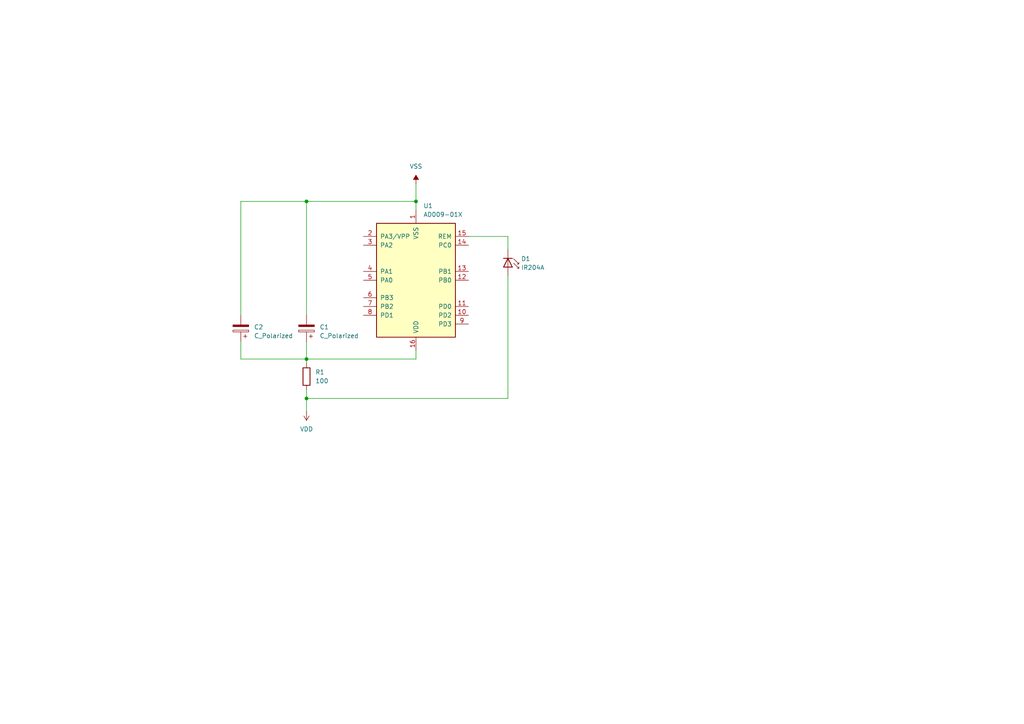
<source format=kicad_sch>
(kicad_sch (version 20250114) (generator "eeschema") (generator_version "9.0")
  (paper "A4")
  (lib_symbols
    (symbol "AD009-01X:AD009-01X" (pin_names (offset 1.016))
      (property "Reference" "U" (at -11.43 17.78 0))
      (property "Value" "AD009-01X" (at 3.81 17.78 0))
      (symbol "AD009-01X_0_1"
        (rectangle (start -11.43 16.51) (end 11.43 -16.51) (stroke (width 0.254)) (fill (type background)))
      )
      (symbol "AD009-01X_1_1"
        (pin bidirectional line (at -15.24 12.7 0) (length 3.81) (name "PA3/VPP") (number "2"))
        (pin bidirectional line (at -15.24 10.16 0) (length 3.81) (name "PA2") (number "3"))
        (pin bidirectional line (at -15.24 2.54 0) (length 3.81) (name "PA1") (number "4"))
        (pin bidirectional line (at -15.24 0 0) (length 3.81) (name "PA0") (number "5"))
        (pin input line (at -15.24 -5.08 0) (length 3.81) (name "PB3") (number "6"))
        (pin input line (at -15.24 -7.62 0) (length 3.81) (name "PB2") (number "7"))
        (pin input line (at -15.24 -10.16 0) (length 3.81) (name "PD1") (number "8"))
        (pin power_in line (at 0 20.32 270) (length 3.81) (name "VSS") (number "1"))
        (pin power_in line (at 0 -20.32 90) (length 3.81) (name "VDD") (number "16"))
        (pin bidirectional line (at 15.24 12.7 180) (length 3.81) (name "REM") (number "15"))
        (pin bidirectional line (at 15.24 10.16 180) (length 3.81) (name "PC0") (number "14"))
        (pin bidirectional line (at 15.24 2.54 180) (length 3.81) (name "PB1") (number "13"))
        (pin bidirectional line (at 15.24 0 180) (length 3.81) (name "PB0") (number "12"))
        (pin bidirectional line (at 15.24 -7.62 180) (length 3.81) (name "PD0") (number "11"))
        (pin bidirectional line (at 15.24 -10.16 180) (length 3.81) (name "PD2") (number "10"))
        (pin input line (at 15.24 -12.7 180) (length 3.81) (name "PD3") (number "9"))
      )
    )
    (symbol "Device:C_Polarized" (pin_numbers (hide yes)) (pin_names (offset 0.254))
      (property "Reference" "C" (at 0.635 2.54 0))
      (property "Value" "C_Polarized" (at 0.635 -2.54 0))
      (symbol "C_Polarized_0_1"
        (rectangle (start -2.286 0.508) (end 2.286 1.016))
        (polyline (pts (xy -1.778 2.286) (xy -0.762 2.286)))
        (polyline (pts (xy -1.27 2.794) (xy -1.27 1.778)))
        (rectangle (start 2.286 -0.508) (end -2.286 -1.016) (fill (type outline)))
      )
      (symbol "C_Polarized_1_1"
        (pin passive line (at 0 3.81 270) (length 2.794) (name "~") (number "1"))
        (pin passive line (at 0 -3.81 90) (length 2.794) (name "~") (number "2"))
      )
    )
    (symbol "Device:R" (pin_numbers (hide yes)) (pin_names (offset 0))
      (property "Reference" "R" (at 2.032 0 90))
      (property "Value" "R" (at 0 0 90))
      (symbol "R_0_1"
        (rectangle (start -1.016 -2.54) (end 1.016 2.54) (stroke (width 0.254)))
      )
      (symbol "R_1_1"
        (pin passive line (at 0 3.81 270) (length 1.27) (name "~") (number "1"))
        (pin passive line (at 0 -3.81 90) (length 1.27) (name "~") (number "2"))
      )
    )
    (symbol "LED:IR204A" (pin_numbers (hide yes)) (pin_names (offset 1.016) (hide yes))
      (property "Reference" "D" (at 0.508 1.778 0))
      (property "Value" "IR204A" (at -1.016 -2.794 0))
      (symbol "IR204A_0_1"
        (polyline (pts (xy -2.54 1.27) (xy -2.54 -1.27)) (stroke (width 0.254)))
        (polyline (pts (xy -2.413 1.651) (xy -0.889 3.175) (xy -0.889 2.667) (xy -0.889 3.175) (xy -1.397 3.175)))
        (polyline (pts (xy -1.143 1.651) (xy 0.381 3.175) (xy 0.381 2.667)))
        (polyline (pts (xy 0 1.27) (xy -2.54 0) (xy 0 -1.27) (xy 0 1.27)) (stroke (width 0.254)))
        (polyline (pts (xy 0 0) (xy -2.54 0)))
        (polyline (pts (xy 0.381 3.175) (xy -0.127 3.175)))
      )
      (symbol "IR204A_1_1"
        (pin passive line (at -5.08 0 0) (length 2.54) (name "K") (number "1"))
        (pin passive line (at 2.54 0 180) (length 2.54) (name "A") (number "2"))
      )
    )
    (symbol "power:VDD" (power) (pin_numbers (hide yes)) (pin_names (offset 0) (hide yes))
      (property "Value" "VDD" (at 0 3.556 0))
      (symbol "VDD_0_1"
        (polyline (pts (xy -0.762 1.27) (xy 0 2.54)))
        (polyline (pts (xy 0 2.54) (xy 0.762 1.27)))
        (polyline (pts (xy 0 0) (xy 0 2.54)))
      )
      (symbol "VDD_1_1"
        (pin power_in line (at 0 0 90) (length 0) (name "~") (number "1"))
      )
    )
    (symbol "power:VSS" (power) (pin_numbers (hide yes)) (pin_names (offset 0) (hide yes))
      (property "Value" "VSS" (at 0 3.556 0))
      (symbol "VSS_0_1"
        (polyline (pts (xy 0 0) (xy 0 2.54)))
        (polyline (pts (xy 0.762 1.27) (xy -0.762 1.27) (xy 0 2.54) (xy 0.762 1.27)) (fill (type outline)))
      )
      (symbol "VSS_1_1"
        (pin power_in line (at 0 0 90) (length 0) (name "~") (number "1"))
      )
    )
  )
  (junction (at 88.9 115.57))
  (junction (at 120.65 58.42))
  (junction (at 88.9 58.42))
  (junction (at 88.9 104.14))
  (wire (pts (xy 120.65 53.34) (xy 120.65 58.42)))
  (wire (pts (xy 135.89 68.58) (xy 147.32 68.58)))
  (wire (pts (xy 147.32 115.57) (xy 88.9 115.57)))
  (wire (pts (xy 120.65 104.14) (xy 120.65 101.6)))
  (wire (pts (xy 69.85 91.44) (xy 69.85 58.42)))
  (wire (pts (xy 147.32 72.39) (xy 147.32 68.58)))
  (wire (pts (xy 88.9 104.14) (xy 120.65 104.14)))
  (wire (pts (xy 88.9 58.42) (xy 120.65 58.42)))
  (wire (pts (xy 69.85 99.06) (xy 69.85 104.14)))
  (wire (pts (xy 88.9 115.57) (xy 88.9 119.38)))
  (wire (pts (xy 88.9 99.06) (xy 88.9 104.14)))
  (wire (pts (xy 88.9 113.03) (xy 88.9 115.57)))
  (wire (pts (xy 88.9 58.42) (xy 88.9 91.44)))
  (wire (pts (xy 69.85 104.14) (xy 88.9 104.14)))
  (wire (pts (xy 120.65 58.42) (xy 120.65 60.96)))
  (wire (pts (xy 88.9 104.14) (xy 88.9 105.41)))
  (wire (pts (xy 69.85 58.42) (xy 88.9 58.42)))
  (wire (pts (xy 147.32 80.01) (xy 147.32 115.57)))
  (symbol (lib_id "Device:C_Polarized") (at 69.85 95.25 180) (unit 1)
    (property "Reference" "C2" (at 73.66 94.8689 0) (effects (justify right)))
    (property "Value" "C_Polarized" (at 73.66 97.4089 0) (effects (justify right)))
    (property "Description" "Polarized capacitor" (effects (hide yes)))
  )
  (symbol (lib_id "LED:IR204A") (at 147.32 77.47 270) (unit 1)
    (property "Reference" "D1" (at 151.13 75.0569 90) (effects (justify left)))
    (property "Value" "IR204A" (at 151.13 77.5969 90) (effects (justify left)))
    (property "Footprint" "LED_THT:LED_D3.0mm_IRBlack" (effects (hide yes)))
    (property "Datasheet" "http://www.everlight.com/file/ProductFile/IR204-A.pdf" (effects (hide yes)))
    (property "Description" "Infrared LED , 3mm LED package" (effects (hide yes)))
  )
  (symbol (lib_id "power:VSS") (at 120.65 53.34 0) (unit 1)
    (property "Reference" "#PWR02" (effects (hide yes)))
    (property "Value" "VSS" (at 120.65 48.26 0))
    (property "Description" "Power symbol creates a global label with name \"VSS\"" (effects (hide yes)))
  )
  (symbol (lib_id "Device:R") (at 88.9 109.22 0) (unit 1)
    (property "Reference" "R1" (at 91.44 107.9499 0) (effects (justify left)))
    (property "Value" "100" (at 91.44 110.4899 0) (effects (justify left)))
    (property "Description" "Resistor" (effects (hide yes)))
  )
  (symbol (lib_id "power:VDD") (at 88.9 119.38 180) (unit 1)
    (property "Reference" "#PWR03" (effects (hide yes)))
    (property "Value" "VDD" (at 88.9 124.46 0))
    (property "Description" "Power symbol creates a global label with name \"VDD\"" (effects (hide yes)))
  )
  (symbol (lib_id "Device:C_Polarized") (at 88.9 95.25 180) (unit 1)
    (property "Reference" "C1" (at 92.71 94.8689 0) (effects (justify right)))
    (property "Value" "C_Polarized" (at 92.71 97.4089 0) (effects (justify right)))
    (property "Description" "Polarized capacitor" (effects (hide yes)))
  )
  (symbol (lib_id "AD009-01X:AD009-01X") (at 120.65 81.28 0) (unit 1)
    (property "Reference" "U1" (at 122.7933 59.69 0) (effects (justify left)))
    (property "Value" "AD009-01X" (at 122.7933 62.23 0) (effects (justify left)))
    (property "Footprint" "Package_SO:SO-16_3.9x9.9mm_P1.27mm" (effects (hide yes)))
    (property "Datasheet" "http://www.nxp.com/docs/en/data-sheet/PCA9518.pdf" (effects (hide yes)))
    (property "Description" "5 channels I2C Hub, SO/TSSOP16" (effects (hide yes)))
  )
)
</source>
